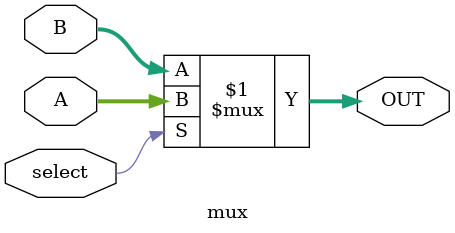
<source format=v>
module mux(select,A,B,OUT) ;
// multiplexer
parameter	LENGTH=5; //length of the multiplexer
input			select;
input [LENGTH:1]	A,B;
output [LENGTH:1]	OUT; //DISPLAY = {G,F,E,D,C,B,A} of a 7-segment display;

assign 			OUT = (select)?A:B;
endmodule

</source>
